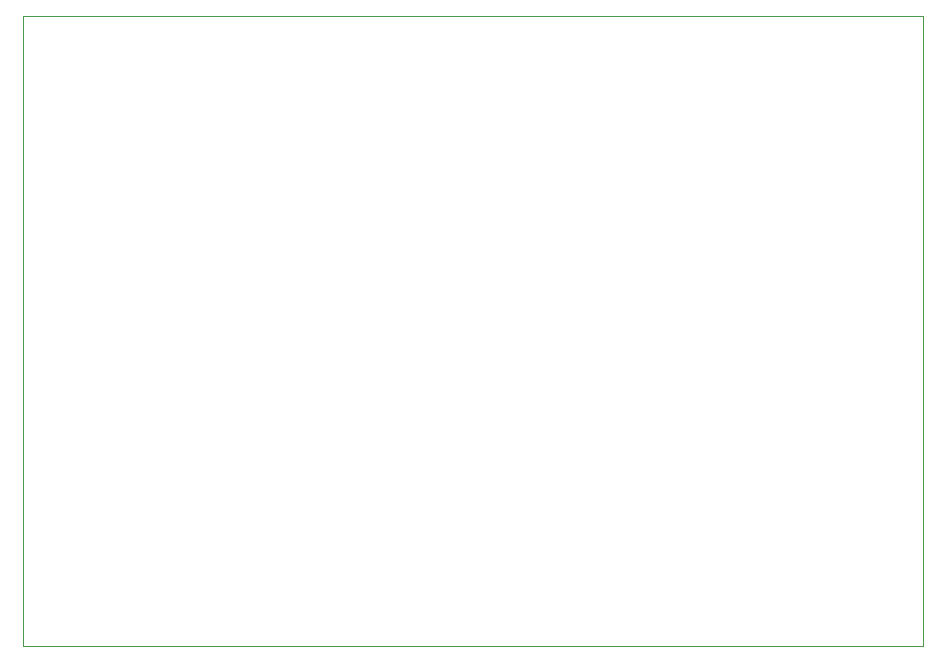
<source format=gbr>
G04 #@! TF.GenerationSoftware,KiCad,Pcbnew,(5.1.10-0-10_14)*
G04 #@! TF.CreationDate,2021-05-14T17:15:12+02:00*
G04 #@! TF.ProjectId,dac-i2s-nos,6461632d-6932-4732-9d6e-6f732e6b6963,rev?*
G04 #@! TF.SameCoordinates,Original*
G04 #@! TF.FileFunction,Profile,NP*
%FSLAX46Y46*%
G04 Gerber Fmt 4.6, Leading zero omitted, Abs format (unit mm)*
G04 Created by KiCad (PCBNEW (5.1.10-0-10_14)) date 2021-05-14 17:15:12*
%MOMM*%
%LPD*%
G01*
G04 APERTURE LIST*
G04 #@! TA.AperFunction,Profile*
%ADD10C,0.050000*%
G04 #@! TD*
G04 APERTURE END LIST*
D10*
X108585000Y-114935000D02*
X108585000Y-61595000D01*
X184785000Y-114935000D02*
X108585000Y-114935000D01*
X184785000Y-61595000D02*
X184785000Y-114935000D01*
X108585000Y-61595000D02*
X184785000Y-61595000D01*
M02*

</source>
